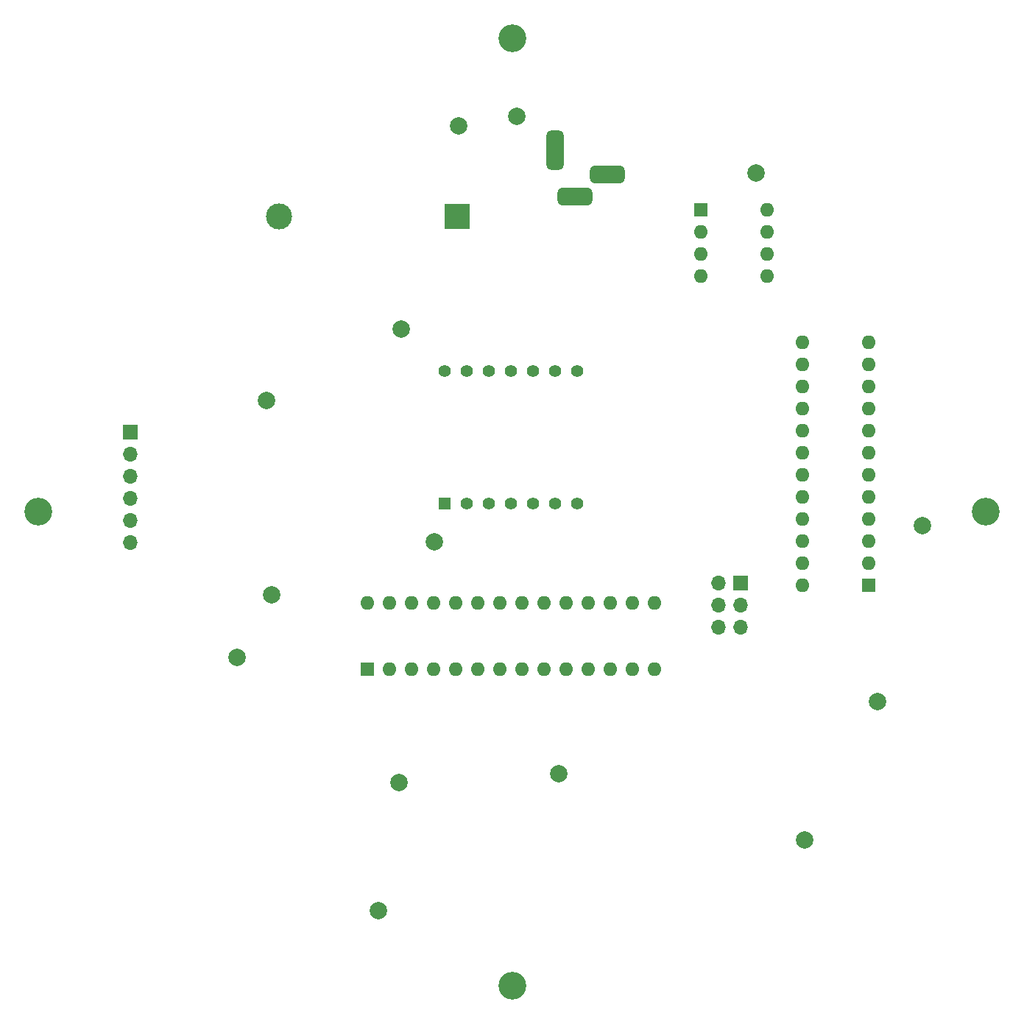
<source format=gbr>
%TF.GenerationSoftware,KiCad,Pcbnew,(6.0.5)*%
%TF.CreationDate,2022-07-22T15:05:17-04:00*%
%TF.ProjectId,circle_clock_design,63697263-6c65-45f6-936c-6f636b5f6465,rev?*%
%TF.SameCoordinates,PX56cacc8PY97b5f08*%
%TF.FileFunction,Soldermask,Bot*%
%TF.FilePolarity,Negative*%
%FSLAX46Y46*%
G04 Gerber Fmt 4.6, Leading zero omitted, Abs format (unit mm)*
G04 Created by KiCad (PCBNEW (6.0.5)) date 2022-07-22 15:05:17*
%MOMM*%
%LPD*%
G01*
G04 APERTURE LIST*
G04 Aperture macros list*
%AMRoundRect*
0 Rectangle with rounded corners*
0 $1 Rounding radius*
0 $2 $3 $4 $5 $6 $7 $8 $9 X,Y pos of 4 corners*
0 Add a 4 corners polygon primitive as box body*
4,1,4,$2,$3,$4,$5,$6,$7,$8,$9,$2,$3,0*
0 Add four circle primitives for the rounded corners*
1,1,$1+$1,$2,$3*
1,1,$1+$1,$4,$5*
1,1,$1+$1,$6,$7*
1,1,$1+$1,$8,$9*
0 Add four rect primitives between the rounded corners*
20,1,$1+$1,$2,$3,$4,$5,0*
20,1,$1+$1,$4,$5,$6,$7,0*
20,1,$1+$1,$6,$7,$8,$9,0*
20,1,$1+$1,$8,$9,$2,$3,0*%
G04 Aperture macros list end*
%ADD10C,3.200000*%
%ADD11C,2.000000*%
%ADD12R,1.600000X1.600000*%
%ADD13O,1.600000X1.600000*%
%ADD14RoundRect,0.500000X0.500000X-1.750000X0.500000X1.750000X-0.500000X1.750000X-0.500000X-1.750000X0*%
%ADD15RoundRect,0.500000X-1.500000X-0.500000X1.500000X-0.500000X1.500000X0.500000X-1.500000X0.500000X0*%
%ADD16R,1.400000X1.400000*%
%ADD17C,1.400000*%
%ADD18R,1.700000X1.700000*%
%ADD19O,1.700000X1.700000*%
%ADD20R,3.000000X3.000000*%
%ADD21C,3.000000*%
G04 APERTURE END LIST*
D10*
%TO.C,H4*%
X4491800Y59080200D03*
%TD*%
D11*
%TO.C,TP14*%
X64389000Y28930600D03*
%TD*%
%TO.C,TP36*%
X92608400Y21310600D03*
%TD*%
D12*
%TO.C,U4*%
X80695800Y93792200D03*
D13*
X80695800Y91252200D03*
X80695800Y88712200D03*
X80695800Y86172200D03*
X88315800Y86172200D03*
X88315800Y88712200D03*
X88315800Y91252200D03*
X88315800Y93792200D03*
%TD*%
D12*
%TO.C,U3*%
X42351800Y40980200D03*
D13*
X44891800Y40980200D03*
X47431800Y40980200D03*
X49971800Y40980200D03*
X52511800Y40980200D03*
X55051800Y40980200D03*
X57591800Y40980200D03*
X60131800Y40980200D03*
X62671800Y40980200D03*
X65211800Y40980200D03*
X67751800Y40980200D03*
X70291800Y40980200D03*
X72831800Y40980200D03*
X75371800Y40980200D03*
X75371800Y48600200D03*
X72831800Y48600200D03*
X70291800Y48600200D03*
X67751800Y48600200D03*
X65211800Y48600200D03*
X62671800Y48600200D03*
X60131800Y48600200D03*
X57591800Y48600200D03*
X55051800Y48600200D03*
X52511800Y48600200D03*
X49971800Y48600200D03*
X47431800Y48600200D03*
X44891800Y48600200D03*
X42351800Y48600200D03*
%TD*%
D11*
%TO.C,TP15*%
X100990400Y37236400D03*
%TD*%
%TO.C,TP21*%
X27330400Y42341800D03*
%TD*%
%TO.C,TP20*%
X31369000Y49555400D03*
%TD*%
%TO.C,TP10*%
X43637200Y13208000D03*
%TD*%
%TO.C,TP8*%
X45974000Y27940000D03*
%TD*%
D10*
%TO.C,H2*%
X113491800Y59080200D03*
%TD*%
%TO.C,H3*%
X58991800Y4580200D03*
%TD*%
D14*
%TO.C,J1*%
X63931800Y100660200D03*
D15*
X66231800Y95360200D03*
X69931800Y97860200D03*
%TD*%
D11*
%TO.C,TP2*%
X106172000Y57531000D03*
%TD*%
D10*
%TO.C,H1*%
X58991800Y113580200D03*
%TD*%
D11*
%TO.C,TP6*%
X87045800Y98069400D03*
%TD*%
%TO.C,TP24*%
X52832000Y103454200D03*
%TD*%
%TO.C,TP34*%
X30734000Y71882000D03*
%TD*%
D16*
%TO.C,DS1*%
X51231800Y60020200D03*
D17*
X53771800Y60020200D03*
X56311800Y60020200D03*
X58851800Y60020200D03*
X61391800Y60020200D03*
X63931800Y60020200D03*
X66471800Y60020200D03*
X66471800Y75260200D03*
X63931800Y75260200D03*
X61391800Y75260200D03*
X58851800Y75260200D03*
X56311800Y75260200D03*
X53771800Y75260200D03*
X51231800Y75260200D03*
%TD*%
D11*
%TO.C,TP5*%
X59486800Y104597200D03*
%TD*%
D12*
%TO.C,U1*%
X99999800Y50617200D03*
D13*
X99999800Y53157200D03*
X99999800Y55697200D03*
X99999800Y58237200D03*
X99999800Y60777200D03*
X99999800Y63317200D03*
X99999800Y65857200D03*
X99999800Y68397200D03*
X99999800Y70937200D03*
X99999800Y73477200D03*
X99999800Y76017200D03*
X99999800Y78557200D03*
X92379800Y78557200D03*
X92379800Y76017200D03*
X92379800Y73477200D03*
X92379800Y70937200D03*
X92379800Y68397200D03*
X92379800Y65857200D03*
X92379800Y63317200D03*
X92379800Y60777200D03*
X92379800Y58237200D03*
X92379800Y55697200D03*
X92379800Y53157200D03*
X92379800Y50617200D03*
%TD*%
D11*
%TO.C,TP25*%
X50063400Y55651400D03*
%TD*%
%TO.C,TP33*%
X46228000Y80060800D03*
%TD*%
D18*
%TO.C,J3*%
X85267800Y50876200D03*
D19*
X82727800Y50876200D03*
X85267800Y48336200D03*
X82727800Y48336200D03*
X85267800Y45796200D03*
X82727800Y45796200D03*
%TD*%
D20*
%TO.C,BT1*%
X52685486Y93040183D03*
D21*
X32195486Y93040183D03*
%TD*%
D18*
%TO.C,J2*%
X15036800Y68275200D03*
D19*
X15036800Y65735200D03*
X15036800Y63195200D03*
X15036800Y60655200D03*
X15036800Y58115200D03*
X15036800Y55575200D03*
%TD*%
M02*

</source>
